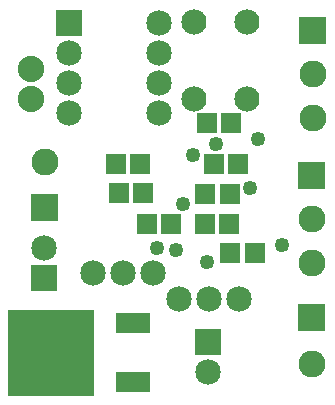
<source format=gts>
G04 MADE WITH FRITZING*
G04 WWW.FRITZING.ORG*
G04 DOUBLE SIDED*
G04 HOLES PLATED*
G04 CONTOUR ON CENTER OF CONTOUR VECTOR*
%ASAXBY*%
%FSLAX23Y23*%
%MOIN*%
%OFA0B0*%
%SFA1.0B1.0*%
%ADD10C,0.049370*%
%ADD11C,0.085000*%
%ADD12C,0.084000*%
%ADD13C,0.090000*%
%ADD14C,0.088000*%
%ADD15R,0.085000X0.085000*%
%ADD16R,0.065118X0.069055*%
%ADD17R,0.285591X0.285591*%
%ADD18R,0.116299X0.069055*%
%ADD19R,0.001000X0.001000*%
%LNMASK1*%
G90*
G70*
G54D10*
X544Y521D03*
X608Y514D03*
X961Y530D03*
X880Y883D03*
X712Y472D03*
X665Y829D03*
X632Y667D03*
X743Y866D03*
G54D11*
X250Y1268D03*
X550Y1268D03*
X250Y1168D03*
X550Y1168D03*
X250Y1068D03*
X550Y1068D03*
X250Y968D03*
X550Y968D03*
X531Y437D03*
X431Y437D03*
X331Y437D03*
X819Y348D03*
X719Y348D03*
X619Y348D03*
G54D12*
X845Y1273D03*
X845Y1017D03*
X667Y1273D03*
X667Y1017D03*
X845Y1273D03*
X845Y1017D03*
X667Y1273D03*
X667Y1017D03*
G54D13*
X1066Y1243D03*
X1066Y1098D03*
X1066Y953D03*
X1066Y1243D03*
X1066Y1098D03*
X1066Y953D03*
X1062Y761D03*
X1062Y616D03*
X1062Y471D03*
X1062Y761D03*
X1062Y616D03*
X1062Y471D03*
G54D11*
X714Y207D03*
X714Y107D03*
X168Y418D03*
X168Y518D03*
G54D13*
X170Y654D03*
X170Y805D03*
X170Y654D03*
X170Y805D03*
X1062Y286D03*
X1062Y134D03*
X1062Y286D03*
X1062Y134D03*
G54D14*
X126Y1015D03*
X126Y1115D03*
G54D10*
X856Y720D03*
G54D15*
X250Y1268D03*
G54D16*
X734Y800D03*
X815Y800D03*
X870Y503D03*
X789Y503D03*
G54D15*
X714Y207D03*
G54D16*
X706Y701D03*
X787Y701D03*
X408Y798D03*
X488Y798D03*
G54D15*
X168Y418D03*
G54D16*
X497Y702D03*
X417Y702D03*
X591Y600D03*
X510Y600D03*
X705Y601D03*
X786Y601D03*
X711Y937D03*
X791Y937D03*
G54D17*
X191Y171D03*
G54D18*
X465Y269D03*
X465Y73D03*
G54D19*
X1020Y1288D02*
X1109Y1288D01*
X1020Y1287D02*
X1109Y1287D01*
X1020Y1286D02*
X1109Y1286D01*
X1020Y1285D02*
X1109Y1285D01*
X1020Y1284D02*
X1109Y1284D01*
X1020Y1283D02*
X1109Y1283D01*
X1020Y1282D02*
X1109Y1282D01*
X1020Y1281D02*
X1109Y1281D01*
X1020Y1280D02*
X1109Y1280D01*
X1020Y1279D02*
X1109Y1279D01*
X1020Y1278D02*
X1109Y1278D01*
X1020Y1277D02*
X1109Y1277D01*
X1020Y1276D02*
X1109Y1276D01*
X1020Y1275D02*
X1109Y1275D01*
X1020Y1274D02*
X1109Y1274D01*
X1020Y1273D02*
X1109Y1273D01*
X1020Y1272D02*
X1109Y1272D01*
X1020Y1271D02*
X1109Y1271D01*
X1020Y1270D02*
X1109Y1270D01*
X1020Y1269D02*
X1109Y1269D01*
X1020Y1268D02*
X1109Y1268D01*
X1020Y1267D02*
X1109Y1267D01*
X1020Y1266D02*
X1109Y1266D01*
X1020Y1265D02*
X1109Y1265D01*
X1020Y1264D02*
X1109Y1264D01*
X1020Y1263D02*
X1109Y1263D01*
X1020Y1262D02*
X1060Y1262D01*
X1069Y1262D02*
X1109Y1262D01*
X1020Y1261D02*
X1057Y1261D01*
X1073Y1261D02*
X1109Y1261D01*
X1020Y1260D02*
X1055Y1260D01*
X1075Y1260D02*
X1109Y1260D01*
X1020Y1259D02*
X1053Y1259D01*
X1076Y1259D02*
X1109Y1259D01*
X1020Y1258D02*
X1052Y1258D01*
X1077Y1258D02*
X1109Y1258D01*
X1020Y1257D02*
X1051Y1257D01*
X1078Y1257D02*
X1109Y1257D01*
X1020Y1256D02*
X1050Y1256D01*
X1079Y1256D02*
X1109Y1256D01*
X1020Y1255D02*
X1049Y1255D01*
X1080Y1255D02*
X1109Y1255D01*
X1020Y1254D02*
X1049Y1254D01*
X1081Y1254D02*
X1109Y1254D01*
X1020Y1253D02*
X1048Y1253D01*
X1081Y1253D02*
X1109Y1253D01*
X1020Y1252D02*
X1047Y1252D01*
X1082Y1252D02*
X1109Y1252D01*
X1020Y1251D02*
X1047Y1251D01*
X1082Y1251D02*
X1109Y1251D01*
X1020Y1250D02*
X1047Y1250D01*
X1083Y1250D02*
X1109Y1250D01*
X1020Y1249D02*
X1046Y1249D01*
X1083Y1249D02*
X1109Y1249D01*
X1020Y1248D02*
X1046Y1248D01*
X1083Y1248D02*
X1109Y1248D01*
X1020Y1247D02*
X1046Y1247D01*
X1084Y1247D02*
X1109Y1247D01*
X1020Y1246D02*
X1046Y1246D01*
X1084Y1246D02*
X1109Y1246D01*
X1020Y1245D02*
X1045Y1245D01*
X1084Y1245D02*
X1109Y1245D01*
X1020Y1244D02*
X1045Y1244D01*
X1084Y1244D02*
X1109Y1244D01*
X1020Y1243D02*
X1045Y1243D01*
X1084Y1243D02*
X1109Y1243D01*
X1020Y1242D02*
X1045Y1242D01*
X1084Y1242D02*
X1109Y1242D01*
X1020Y1241D02*
X1046Y1241D01*
X1084Y1241D02*
X1109Y1241D01*
X1020Y1240D02*
X1046Y1240D01*
X1084Y1240D02*
X1109Y1240D01*
X1020Y1239D02*
X1046Y1239D01*
X1083Y1239D02*
X1109Y1239D01*
X1020Y1238D02*
X1046Y1238D01*
X1083Y1238D02*
X1109Y1238D01*
X1020Y1237D02*
X1047Y1237D01*
X1083Y1237D02*
X1109Y1237D01*
X1020Y1236D02*
X1047Y1236D01*
X1082Y1236D02*
X1109Y1236D01*
X1020Y1235D02*
X1048Y1235D01*
X1082Y1235D02*
X1109Y1235D01*
X1020Y1234D02*
X1048Y1234D01*
X1081Y1234D02*
X1109Y1234D01*
X1020Y1233D02*
X1049Y1233D01*
X1080Y1233D02*
X1109Y1233D01*
X1020Y1232D02*
X1050Y1232D01*
X1080Y1232D02*
X1109Y1232D01*
X1020Y1231D02*
X1051Y1231D01*
X1079Y1231D02*
X1109Y1231D01*
X1020Y1230D02*
X1052Y1230D01*
X1078Y1230D02*
X1109Y1230D01*
X1020Y1229D02*
X1053Y1229D01*
X1077Y1229D02*
X1109Y1229D01*
X1020Y1228D02*
X1054Y1228D01*
X1075Y1228D02*
X1109Y1228D01*
X1020Y1227D02*
X1056Y1227D01*
X1073Y1227D02*
X1109Y1227D01*
X1020Y1226D02*
X1059Y1226D01*
X1071Y1226D02*
X1109Y1226D01*
X1020Y1225D02*
X1109Y1225D01*
X1020Y1224D02*
X1109Y1224D01*
X1020Y1223D02*
X1109Y1223D01*
X1020Y1222D02*
X1109Y1222D01*
X1020Y1221D02*
X1109Y1221D01*
X1020Y1220D02*
X1109Y1220D01*
X1020Y1219D02*
X1109Y1219D01*
X1020Y1218D02*
X1109Y1218D01*
X1020Y1217D02*
X1109Y1217D01*
X1020Y1216D02*
X1109Y1216D01*
X1020Y1215D02*
X1109Y1215D01*
X1020Y1214D02*
X1109Y1214D01*
X1020Y1213D02*
X1109Y1213D01*
X1020Y1212D02*
X1109Y1212D01*
X1020Y1211D02*
X1109Y1211D01*
X1020Y1210D02*
X1109Y1210D01*
X1020Y1209D02*
X1109Y1209D01*
X1020Y1208D02*
X1109Y1208D01*
X1020Y1207D02*
X1109Y1207D01*
X1020Y1206D02*
X1109Y1206D01*
X1020Y1205D02*
X1109Y1205D01*
X1020Y1204D02*
X1109Y1204D01*
X1020Y1203D02*
X1109Y1203D01*
X1020Y1202D02*
X1109Y1202D01*
X1020Y1201D02*
X1109Y1201D01*
X1020Y1200D02*
X1109Y1200D01*
X1020Y1199D02*
X1109Y1199D01*
X1017Y807D02*
X1105Y807D01*
X1017Y806D02*
X1106Y806D01*
X1017Y805D02*
X1106Y805D01*
X1017Y804D02*
X1106Y804D01*
X1017Y803D02*
X1106Y803D01*
X1017Y802D02*
X1106Y802D01*
X1017Y801D02*
X1106Y801D01*
X1017Y800D02*
X1106Y800D01*
X1017Y799D02*
X1106Y799D01*
X1017Y798D02*
X1106Y798D01*
X1017Y797D02*
X1106Y797D01*
X1017Y796D02*
X1106Y796D01*
X1017Y795D02*
X1106Y795D01*
X1017Y794D02*
X1106Y794D01*
X1017Y793D02*
X1106Y793D01*
X1017Y792D02*
X1106Y792D01*
X1017Y791D02*
X1106Y791D01*
X1017Y790D02*
X1106Y790D01*
X1017Y789D02*
X1106Y789D01*
X1017Y788D02*
X1106Y788D01*
X1017Y787D02*
X1106Y787D01*
X1017Y786D02*
X1106Y786D01*
X1017Y785D02*
X1106Y785D01*
X1017Y784D02*
X1106Y784D01*
X1017Y783D02*
X1106Y783D01*
X1017Y782D02*
X1106Y782D01*
X1017Y781D02*
X1106Y781D01*
X1017Y780D02*
X1055Y780D01*
X1067Y780D02*
X1106Y780D01*
X1017Y779D02*
X1053Y779D01*
X1070Y779D02*
X1106Y779D01*
X1017Y778D02*
X1051Y778D01*
X1072Y778D02*
X1106Y778D01*
X1017Y777D02*
X1049Y777D01*
X1073Y777D02*
X1106Y777D01*
X1017Y776D02*
X1048Y776D01*
X1074Y776D02*
X1106Y776D01*
X1017Y775D02*
X1047Y775D01*
X1075Y775D02*
X1106Y775D01*
X1017Y774D02*
X1046Y774D01*
X1076Y774D02*
X1106Y774D01*
X1017Y773D02*
X1046Y773D01*
X1077Y773D02*
X1106Y773D01*
X1017Y772D02*
X1045Y772D01*
X1077Y772D02*
X1106Y772D01*
X1017Y771D02*
X1044Y771D01*
X1078Y771D02*
X1106Y771D01*
X1017Y770D02*
X1044Y770D01*
X1079Y770D02*
X1106Y770D01*
X1017Y769D02*
X1043Y769D01*
X1079Y769D02*
X1106Y769D01*
X1017Y768D02*
X1043Y768D01*
X1079Y768D02*
X1106Y768D01*
X1017Y767D02*
X1043Y767D01*
X1080Y767D02*
X1106Y767D01*
X1017Y766D02*
X1042Y766D01*
X1080Y766D02*
X1106Y766D01*
X1017Y765D02*
X1042Y765D01*
X1080Y765D02*
X1106Y765D01*
X1017Y764D02*
X1042Y764D01*
X1080Y764D02*
X1106Y764D01*
X1017Y763D02*
X1042Y763D01*
X1080Y763D02*
X1106Y763D01*
X1017Y762D02*
X1042Y762D01*
X1081Y762D02*
X1106Y762D01*
X1017Y761D02*
X1042Y761D01*
X1080Y761D02*
X1106Y761D01*
X1017Y760D02*
X1042Y760D01*
X1080Y760D02*
X1106Y760D01*
X1017Y759D02*
X1042Y759D01*
X1080Y759D02*
X1106Y759D01*
X1017Y758D02*
X1042Y758D01*
X1080Y758D02*
X1106Y758D01*
X1017Y757D02*
X1043Y757D01*
X1080Y757D02*
X1106Y757D01*
X1017Y756D02*
X1043Y756D01*
X1079Y756D02*
X1106Y756D01*
X1017Y755D02*
X1043Y755D01*
X1079Y755D02*
X1106Y755D01*
X1017Y754D02*
X1044Y754D01*
X1079Y754D02*
X1106Y754D01*
X1017Y753D02*
X1044Y753D01*
X1078Y753D02*
X1106Y753D01*
X1017Y752D02*
X1045Y752D01*
X1077Y752D02*
X1106Y752D01*
X1017Y751D02*
X1046Y751D01*
X1077Y751D02*
X1106Y751D01*
X1017Y750D02*
X1046Y750D01*
X1076Y750D02*
X1106Y750D01*
X1017Y749D02*
X1047Y749D01*
X1075Y749D02*
X1106Y749D01*
X1017Y748D02*
X1048Y748D01*
X1074Y748D02*
X1106Y748D01*
X1017Y747D02*
X1050Y747D01*
X1073Y747D02*
X1106Y747D01*
X1017Y746D02*
X1051Y746D01*
X1071Y746D02*
X1106Y746D01*
X1017Y745D02*
X1053Y745D01*
X1070Y745D02*
X1106Y745D01*
X1017Y744D02*
X1056Y744D01*
X1067Y744D02*
X1106Y744D01*
X1017Y743D02*
X1106Y743D01*
X1017Y742D02*
X1106Y742D01*
X1017Y741D02*
X1106Y741D01*
X1017Y740D02*
X1106Y740D01*
X1017Y739D02*
X1106Y739D01*
X1017Y738D02*
X1106Y738D01*
X1017Y737D02*
X1106Y737D01*
X1017Y736D02*
X1106Y736D01*
X1017Y735D02*
X1106Y735D01*
X1017Y734D02*
X1106Y734D01*
X1017Y733D02*
X1106Y733D01*
X1017Y732D02*
X1106Y732D01*
X1017Y731D02*
X1106Y731D01*
X1017Y730D02*
X1106Y730D01*
X1017Y729D02*
X1106Y729D01*
X1017Y728D02*
X1106Y728D01*
X1017Y727D02*
X1106Y727D01*
X1017Y726D02*
X1106Y726D01*
X1017Y725D02*
X1106Y725D01*
X1017Y724D02*
X1106Y724D01*
X1017Y723D02*
X1106Y723D01*
X1017Y722D02*
X1106Y722D01*
X1017Y721D02*
X1106Y721D01*
X1017Y720D02*
X1106Y720D01*
X1017Y719D02*
X1106Y719D01*
X1017Y718D02*
X1106Y718D01*
X125Y699D02*
X214Y699D01*
X125Y698D02*
X214Y698D01*
X125Y697D02*
X214Y697D01*
X125Y696D02*
X214Y696D01*
X125Y695D02*
X214Y695D01*
X125Y694D02*
X214Y694D01*
X125Y693D02*
X214Y693D01*
X125Y692D02*
X214Y692D01*
X125Y691D02*
X214Y691D01*
X125Y690D02*
X214Y690D01*
X125Y689D02*
X214Y689D01*
X125Y688D02*
X214Y688D01*
X125Y687D02*
X214Y687D01*
X125Y686D02*
X214Y686D01*
X125Y685D02*
X214Y685D01*
X125Y684D02*
X214Y684D01*
X125Y683D02*
X214Y683D01*
X125Y682D02*
X214Y682D01*
X125Y681D02*
X214Y681D01*
X125Y680D02*
X214Y680D01*
X125Y679D02*
X214Y679D01*
X125Y678D02*
X214Y678D01*
X125Y677D02*
X214Y677D01*
X125Y676D02*
X214Y676D01*
X125Y675D02*
X214Y675D01*
X125Y674D02*
X214Y674D01*
X125Y673D02*
X166Y673D01*
X173Y673D02*
X214Y673D01*
X125Y672D02*
X162Y672D01*
X177Y672D02*
X214Y672D01*
X125Y671D02*
X161Y671D01*
X179Y671D02*
X214Y671D01*
X125Y670D02*
X159Y670D01*
X181Y670D02*
X214Y670D01*
X125Y669D02*
X158Y669D01*
X182Y669D02*
X214Y669D01*
X125Y668D02*
X156Y668D01*
X183Y668D02*
X214Y668D01*
X125Y667D02*
X156Y667D01*
X184Y667D02*
X214Y667D01*
X125Y666D02*
X155Y666D01*
X185Y666D02*
X214Y666D01*
X125Y665D02*
X154Y665D01*
X186Y665D02*
X214Y665D01*
X125Y664D02*
X153Y664D01*
X187Y664D02*
X214Y664D01*
X125Y663D02*
X153Y663D01*
X187Y663D02*
X214Y663D01*
X125Y662D02*
X152Y662D01*
X188Y662D02*
X214Y662D01*
X125Y661D02*
X152Y661D01*
X188Y661D02*
X214Y661D01*
X125Y660D02*
X152Y660D01*
X188Y660D02*
X214Y660D01*
X125Y659D02*
X151Y659D01*
X189Y659D02*
X214Y659D01*
X125Y658D02*
X151Y658D01*
X189Y658D02*
X214Y658D01*
X125Y657D02*
X151Y657D01*
X189Y657D02*
X214Y657D01*
X125Y656D02*
X151Y656D01*
X189Y656D02*
X214Y656D01*
X125Y655D02*
X151Y655D01*
X189Y655D02*
X214Y655D01*
X125Y654D02*
X151Y654D01*
X189Y654D02*
X214Y654D01*
X125Y653D02*
X151Y653D01*
X189Y653D02*
X214Y653D01*
X125Y652D02*
X151Y652D01*
X189Y652D02*
X214Y652D01*
X125Y651D02*
X151Y651D01*
X189Y651D02*
X214Y651D01*
X125Y650D02*
X151Y650D01*
X188Y650D02*
X214Y650D01*
X125Y649D02*
X152Y649D01*
X188Y649D02*
X214Y649D01*
X125Y648D02*
X152Y648D01*
X188Y648D02*
X214Y648D01*
X125Y647D02*
X152Y647D01*
X187Y647D02*
X214Y647D01*
X125Y646D02*
X153Y646D01*
X187Y646D02*
X214Y646D01*
X125Y645D02*
X153Y645D01*
X186Y645D02*
X214Y645D01*
X125Y644D02*
X154Y644D01*
X186Y644D02*
X214Y644D01*
X125Y643D02*
X155Y643D01*
X185Y643D02*
X214Y643D01*
X125Y642D02*
X156Y642D01*
X184Y642D02*
X214Y642D01*
X125Y641D02*
X157Y641D01*
X183Y641D02*
X214Y641D01*
X125Y640D02*
X158Y640D01*
X182Y640D02*
X214Y640D01*
X125Y639D02*
X159Y639D01*
X181Y639D02*
X214Y639D01*
X125Y638D02*
X161Y638D01*
X179Y638D02*
X214Y638D01*
X125Y637D02*
X164Y637D01*
X176Y637D02*
X214Y637D01*
X125Y636D02*
X214Y636D01*
X125Y635D02*
X214Y635D01*
X125Y634D02*
X214Y634D01*
X125Y633D02*
X214Y633D01*
X125Y632D02*
X214Y632D01*
X125Y631D02*
X214Y631D01*
X125Y630D02*
X214Y630D01*
X125Y629D02*
X214Y629D01*
X125Y628D02*
X214Y628D01*
X125Y627D02*
X214Y627D01*
X125Y626D02*
X214Y626D01*
X125Y625D02*
X214Y625D01*
X125Y624D02*
X214Y624D01*
X125Y623D02*
X214Y623D01*
X125Y622D02*
X214Y622D01*
X125Y621D02*
X214Y621D01*
X125Y620D02*
X214Y620D01*
X125Y619D02*
X214Y619D01*
X125Y618D02*
X214Y618D01*
X125Y617D02*
X214Y617D01*
X125Y616D02*
X214Y616D01*
X125Y615D02*
X214Y615D01*
X125Y614D02*
X214Y614D01*
X125Y613D02*
X214Y613D01*
X125Y612D02*
X214Y612D01*
X125Y611D02*
X214Y611D01*
X126Y610D02*
X214Y610D01*
X1016Y332D02*
X1105Y332D01*
X1016Y331D02*
X1105Y331D01*
X1016Y330D02*
X1105Y330D01*
X1016Y329D02*
X1105Y329D01*
X1016Y328D02*
X1105Y328D01*
X1016Y327D02*
X1105Y327D01*
X1016Y326D02*
X1105Y326D01*
X1016Y325D02*
X1105Y325D01*
X1016Y324D02*
X1105Y324D01*
X1016Y323D02*
X1105Y323D01*
X1016Y322D02*
X1105Y322D01*
X1016Y321D02*
X1105Y321D01*
X1016Y320D02*
X1105Y320D01*
X1016Y319D02*
X1105Y319D01*
X1016Y318D02*
X1105Y318D01*
X1016Y317D02*
X1105Y317D01*
X1016Y316D02*
X1105Y316D01*
X1016Y315D02*
X1105Y315D01*
X1016Y314D02*
X1105Y314D01*
X1016Y313D02*
X1105Y313D01*
X1016Y312D02*
X1105Y312D01*
X1016Y311D02*
X1105Y311D01*
X1016Y310D02*
X1105Y310D01*
X1016Y309D02*
X1105Y309D01*
X1016Y308D02*
X1105Y308D01*
X1016Y307D02*
X1105Y307D01*
X1016Y306D02*
X1058Y306D01*
X1064Y306D02*
X1105Y306D01*
X1016Y305D02*
X1054Y305D01*
X1068Y305D02*
X1105Y305D01*
X1016Y304D02*
X1052Y304D01*
X1070Y304D02*
X1105Y304D01*
X1016Y303D02*
X1050Y303D01*
X1072Y303D02*
X1105Y303D01*
X1016Y302D02*
X1049Y302D01*
X1073Y302D02*
X1105Y302D01*
X1016Y301D02*
X1048Y301D01*
X1074Y301D02*
X1105Y301D01*
X1016Y300D02*
X1047Y300D01*
X1075Y300D02*
X1105Y300D01*
X1016Y299D02*
X1046Y299D01*
X1076Y299D02*
X1105Y299D01*
X1016Y298D02*
X1045Y298D01*
X1077Y298D02*
X1105Y298D01*
X1016Y297D02*
X1044Y297D01*
X1077Y297D02*
X1105Y297D01*
X1016Y296D02*
X1044Y296D01*
X1078Y296D02*
X1105Y296D01*
X1016Y295D02*
X1043Y295D01*
X1079Y295D02*
X1105Y295D01*
X1016Y294D02*
X1043Y294D01*
X1079Y294D02*
X1105Y294D01*
X1016Y293D02*
X1043Y293D01*
X1079Y293D02*
X1105Y293D01*
X1016Y292D02*
X1042Y292D01*
X1080Y292D02*
X1105Y292D01*
X1016Y291D02*
X1042Y291D01*
X1080Y291D02*
X1105Y291D01*
X1016Y290D02*
X1042Y290D01*
X1080Y290D02*
X1105Y290D01*
X1016Y289D02*
X1042Y289D01*
X1080Y289D02*
X1105Y289D01*
X1016Y288D02*
X1042Y288D01*
X1080Y288D02*
X1105Y288D01*
X1016Y287D02*
X1042Y287D01*
X1080Y287D02*
X1105Y287D01*
X1016Y286D02*
X1042Y286D01*
X1080Y286D02*
X1105Y286D01*
X1016Y285D02*
X1042Y285D01*
X1080Y285D02*
X1105Y285D01*
X1016Y284D02*
X1042Y284D01*
X1080Y284D02*
X1105Y284D01*
X1016Y283D02*
X1042Y283D01*
X1079Y283D02*
X1105Y283D01*
X1016Y282D02*
X1043Y282D01*
X1079Y282D02*
X1105Y282D01*
X1016Y281D02*
X1043Y281D01*
X1079Y281D02*
X1105Y281D01*
X1016Y280D02*
X1043Y280D01*
X1078Y280D02*
X1105Y280D01*
X1016Y279D02*
X1044Y279D01*
X1078Y279D02*
X1105Y279D01*
X1016Y278D02*
X1044Y278D01*
X1077Y278D02*
X1105Y278D01*
X1016Y277D02*
X1045Y277D01*
X1077Y277D02*
X1105Y277D01*
X1016Y276D02*
X1046Y276D01*
X1076Y276D02*
X1105Y276D01*
X1016Y275D02*
X1047Y275D01*
X1075Y275D02*
X1105Y275D01*
X1016Y274D02*
X1048Y274D01*
X1074Y274D02*
X1105Y274D01*
X1016Y273D02*
X1049Y273D01*
X1073Y273D02*
X1105Y273D01*
X1016Y272D02*
X1050Y272D01*
X1072Y272D02*
X1105Y272D01*
X1016Y271D02*
X1052Y271D01*
X1070Y271D02*
X1105Y271D01*
X1016Y270D02*
X1054Y270D01*
X1067Y270D02*
X1105Y270D01*
X1016Y269D02*
X1105Y269D01*
X1016Y268D02*
X1105Y268D01*
X1016Y267D02*
X1105Y267D01*
X1016Y266D02*
X1105Y266D01*
X1016Y265D02*
X1105Y265D01*
X1016Y264D02*
X1105Y264D01*
X1016Y263D02*
X1105Y263D01*
X1016Y262D02*
X1105Y262D01*
X1016Y261D02*
X1105Y261D01*
X1016Y260D02*
X1105Y260D01*
X1016Y259D02*
X1105Y259D01*
X1016Y258D02*
X1105Y258D01*
X1016Y257D02*
X1105Y257D01*
X1016Y256D02*
X1105Y256D01*
X1016Y255D02*
X1105Y255D01*
X1016Y254D02*
X1105Y254D01*
X1016Y253D02*
X1105Y253D01*
X1016Y252D02*
X1105Y252D01*
X1016Y251D02*
X1105Y251D01*
X1016Y250D02*
X1105Y250D01*
X1016Y249D02*
X1105Y249D01*
X1016Y248D02*
X1105Y248D01*
X1016Y247D02*
X1105Y247D01*
X1016Y246D02*
X1105Y246D01*
X1016Y245D02*
X1105Y245D01*
X1016Y244D02*
X1105Y244D01*
X1016Y243D02*
X1105Y243D01*
D02*
G04 End of Mask1*
M02*
</source>
